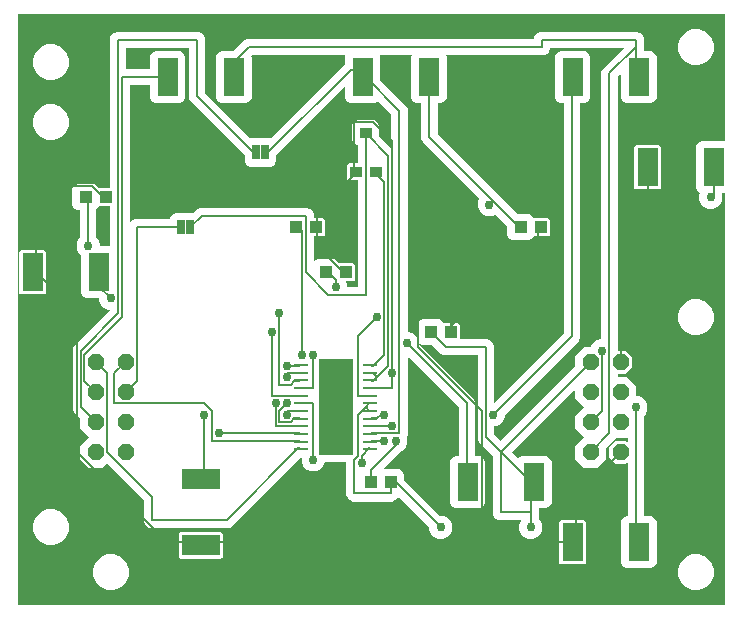
<source format=gtl>
G04 EAGLE Gerber RS-274X export*
G75*
%MOMM*%
%FSLAX34Y34*%
%LPD*%
%INTop Copper*%
%IPPOS*%
%AMOC8*
5,1,8,0,0,1.08239X$1,22.5*%
G01*
%ADD10R,1.100000X1.000000*%
%ADD11R,1.200000X0.270000*%
%ADD12R,3.000000X8.100000*%
%ADD13R,0.635000X1.270000*%
%ADD14P,1.539592X8X292.500000*%
%ADD15R,1.800000X3.200000*%
%ADD16R,3.200000X1.800000*%
%ADD17R,1.000000X0.900000*%
%ADD18R,1.100000X0.900000*%
%ADD19C,0.152400*%
%ADD20C,0.756400*%

G36*
X723142Y213361D02*
X723142Y213361D01*
X723142Y213362D01*
X723142Y562102D01*
X723139Y562106D01*
X723138Y562106D01*
X720660Y562106D01*
X720656Y562103D01*
X720656Y562102D01*
X720656Y561779D01*
X720657Y561778D01*
X720656Y561778D01*
X721076Y560764D01*
X721076Y556836D01*
X719572Y553206D01*
X716794Y550428D01*
X713164Y548924D01*
X709236Y548924D01*
X705606Y550428D01*
X702828Y553206D01*
X701324Y556836D01*
X701324Y560764D01*
X702129Y562706D01*
X702127Y562711D01*
X702126Y562711D01*
X702126Y562712D01*
X701348Y563034D01*
X699634Y564748D01*
X698706Y566988D01*
X698706Y601412D01*
X699634Y603652D01*
X701348Y605366D01*
X703588Y606294D01*
X723138Y606294D01*
X723142Y606297D01*
X723142Y606298D01*
X723142Y713638D01*
X723139Y713642D01*
X723138Y713642D01*
X124462Y713642D01*
X124458Y713639D01*
X124458Y713638D01*
X124458Y213362D01*
X124461Y213358D01*
X124462Y213358D01*
X723138Y213358D01*
X723142Y213361D01*
G37*
%LPC*%
G36*
X640088Y244606D02*
X640088Y244606D01*
X637848Y245534D01*
X636134Y247248D01*
X635206Y249488D01*
X635206Y283912D01*
X636134Y286152D01*
X637848Y287866D01*
X640088Y288794D01*
X640840Y288794D01*
X640844Y288797D01*
X640844Y288798D01*
X640844Y335087D01*
X640843Y335088D01*
X640843Y335090D01*
X640842Y335090D01*
X640841Y335091D01*
X640839Y335090D01*
X640837Y335090D01*
X638997Y333250D01*
X635006Y333250D01*
X635006Y342898D01*
X635004Y342900D01*
X635006Y342902D01*
X635006Y352550D01*
X638997Y352550D01*
X640837Y350710D01*
X640838Y350710D01*
X640839Y350709D01*
X640841Y350710D01*
X640843Y350709D01*
X640843Y350711D01*
X640844Y350713D01*
X640844Y355458D01*
X640843Y355459D01*
X640843Y355461D01*
X640842Y355461D01*
X640841Y355462D01*
X640840Y355462D01*
X640839Y355461D01*
X640837Y355461D01*
X640470Y355094D01*
X631374Y355094D01*
X631371Y355092D01*
X631370Y355092D01*
X631287Y354892D01*
X629358Y352962D01*
X622807Y346412D01*
X622807Y346410D01*
X622806Y346409D01*
X622806Y337430D01*
X615070Y329694D01*
X604130Y329694D01*
X596394Y337430D01*
X596394Y348370D01*
X603621Y355597D01*
X603622Y355603D01*
X603621Y355603D01*
X596394Y362830D01*
X596394Y373770D01*
X603621Y380997D01*
X603622Y381003D01*
X603621Y381003D01*
X596394Y388230D01*
X596394Y396188D01*
X596393Y396190D01*
X596393Y396191D01*
X596392Y396191D01*
X596391Y396193D01*
X596389Y396191D01*
X596387Y396191D01*
X543099Y342903D01*
X543098Y342897D01*
X543099Y342897D01*
X548136Y337860D01*
X548141Y337859D01*
X548141Y337860D01*
X548142Y337860D01*
X548948Y338666D01*
X551188Y339594D01*
X571612Y339594D01*
X573852Y338666D01*
X575566Y336952D01*
X576494Y334712D01*
X576494Y300288D01*
X575566Y298048D01*
X573852Y296334D01*
X571612Y295406D01*
X565660Y295406D01*
X565656Y295403D01*
X565656Y295402D01*
X565656Y286512D01*
X565657Y286511D01*
X565657Y286509D01*
X567172Y284994D01*
X568676Y281364D01*
X568676Y277436D01*
X567172Y273806D01*
X564394Y271028D01*
X560764Y269524D01*
X556836Y269524D01*
X553206Y271028D01*
X550428Y273806D01*
X548924Y277436D01*
X548924Y281364D01*
X550428Y284994D01*
X550671Y285237D01*
X550671Y285238D01*
X550672Y285239D01*
X550671Y285241D01*
X550671Y285243D01*
X550669Y285243D01*
X550668Y285244D01*
X532036Y285244D01*
X529517Y286288D01*
X527588Y288217D01*
X526544Y290736D01*
X526544Y340058D01*
X526543Y340060D01*
X526543Y340061D01*
X514888Y351717D01*
X513844Y354236D01*
X513844Y424940D01*
X513841Y424944D01*
X513840Y424944D01*
X485436Y424944D01*
X482917Y425988D01*
X475499Y433405D01*
X475497Y433405D01*
X475496Y433406D01*
X467388Y433406D01*
X465148Y434334D01*
X463908Y435574D01*
X463907Y435574D01*
X463906Y435575D01*
X463904Y435574D01*
X463902Y435574D01*
X463902Y435572D01*
X463901Y435571D01*
X463901Y434797D01*
X463902Y434795D01*
X463902Y434794D01*
X510637Y388058D01*
X511681Y385539D01*
X511681Y339598D01*
X511684Y339594D01*
X511685Y339594D01*
X515612Y339594D01*
X517852Y338666D01*
X519566Y336952D01*
X520494Y334712D01*
X520494Y300288D01*
X519566Y298048D01*
X517852Y296334D01*
X515612Y295406D01*
X495188Y295406D01*
X492948Y296334D01*
X491234Y298048D01*
X490306Y300288D01*
X490306Y334712D01*
X491234Y336952D01*
X492948Y338666D01*
X495188Y339594D01*
X497965Y339594D01*
X497969Y339597D01*
X497969Y339598D01*
X497969Y381333D01*
X497968Y381335D01*
X497968Y381336D01*
X454538Y424766D01*
X454537Y424767D01*
X454536Y424768D01*
X454534Y424767D01*
X454532Y424767D01*
X454532Y424765D01*
X454531Y424763D01*
X454531Y357411D01*
X453828Y355715D01*
X453829Y355713D01*
X453828Y355712D01*
X454376Y354389D01*
X454376Y350461D01*
X452872Y346831D01*
X450094Y344053D01*
X448224Y343278D01*
X448224Y343277D01*
X448223Y343277D01*
X433520Y328574D01*
X433520Y328573D01*
X433519Y328572D01*
X433520Y328572D01*
X433519Y328570D01*
X433520Y328570D01*
X433520Y328569D01*
X433522Y328569D01*
X433523Y328568D01*
X433524Y328568D01*
X433525Y328568D01*
X433588Y328594D01*
X447012Y328594D01*
X449252Y327666D01*
X450966Y325952D01*
X451894Y323712D01*
X451894Y319803D01*
X451895Y319802D01*
X451895Y319800D01*
X482419Y289277D01*
X482421Y289277D01*
X482422Y289276D01*
X484564Y289276D01*
X488194Y287772D01*
X490972Y284994D01*
X492476Y281364D01*
X492476Y277436D01*
X490972Y273806D01*
X488194Y271028D01*
X484564Y269524D01*
X480636Y269524D01*
X477006Y271028D01*
X474228Y273806D01*
X472724Y277436D01*
X472724Y279578D01*
X472723Y279580D01*
X472723Y279581D01*
X446732Y305573D01*
X446731Y305573D01*
X446729Y305573D01*
X446726Y305573D01*
X446726Y305572D01*
X446725Y305571D01*
X446112Y304092D01*
X444183Y302163D01*
X441664Y301119D01*
X408211Y301119D01*
X405692Y302163D01*
X403763Y304092D01*
X402719Y306611D01*
X402719Y334402D01*
X402716Y334406D01*
X402715Y334406D01*
X384454Y334406D01*
X384452Y334404D01*
X384450Y334404D01*
X383022Y330956D01*
X380244Y328178D01*
X376614Y326674D01*
X372686Y326674D01*
X369056Y328178D01*
X366278Y330956D01*
X364774Y334586D01*
X364774Y337802D01*
X364771Y337806D01*
X364770Y337806D01*
X363378Y337806D01*
X363377Y337805D01*
X363375Y337805D01*
X307438Y281867D01*
X305508Y279938D01*
X302989Y278894D01*
X236761Y278894D01*
X234242Y279938D01*
X232313Y281867D01*
X231269Y284386D01*
X231269Y301958D01*
X231268Y301960D01*
X231268Y301961D01*
X199756Y333474D01*
X199754Y333474D01*
X199753Y333474D01*
X199750Y333474D01*
X195970Y329694D01*
X185030Y329694D01*
X177294Y337430D01*
X177294Y348370D01*
X184521Y355597D01*
X184522Y355603D01*
X184521Y355603D01*
X177294Y362830D01*
X177294Y371808D01*
X177293Y371810D01*
X177293Y371811D01*
X171988Y377117D01*
X170944Y379636D01*
X170944Y429989D01*
X171988Y432508D01*
X173917Y434438D01*
X202671Y463192D01*
X202672Y463193D01*
X202673Y463194D01*
X202672Y463196D01*
X202672Y463198D01*
X202670Y463198D01*
X202668Y463199D01*
X201236Y463199D01*
X197606Y464703D01*
X194828Y467481D01*
X193324Y471111D01*
X193324Y473202D01*
X193321Y473206D01*
X193320Y473206D01*
X182888Y473206D01*
X180648Y474134D01*
X178934Y475848D01*
X178006Y478088D01*
X178006Y509701D01*
X178005Y509702D01*
X178005Y509704D01*
X175778Y511931D01*
X174274Y515561D01*
X174274Y519489D01*
X175778Y523119D01*
X177293Y524634D01*
X177293Y524636D01*
X177294Y524637D01*
X177294Y547702D01*
X177291Y547706D01*
X177290Y547706D01*
X175288Y547706D01*
X173048Y548634D01*
X171334Y550348D01*
X170406Y552588D01*
X170406Y565012D01*
X171334Y567252D01*
X173048Y568966D01*
X175288Y569894D01*
X188712Y569894D01*
X190952Y568966D01*
X192666Y567252D01*
X193044Y566340D01*
X193046Y566339D01*
X193047Y566338D01*
X198994Y566338D01*
X198994Y558806D01*
X193598Y558806D01*
X193594Y558802D01*
X193594Y558798D01*
X193597Y558794D01*
X193598Y558794D01*
X198994Y558794D01*
X198994Y551262D01*
X193047Y551262D01*
X193045Y551260D01*
X193044Y551260D01*
X192666Y550348D01*
X191007Y548689D01*
X191007Y548687D01*
X191006Y548686D01*
X191006Y524637D01*
X191007Y524636D01*
X191007Y524634D01*
X192522Y523119D01*
X194026Y519489D01*
X194026Y517398D01*
X194029Y517394D01*
X194030Y517394D01*
X202690Y517394D01*
X202694Y517397D01*
X202694Y517398D01*
X202694Y551258D01*
X202691Y551262D01*
X202690Y551262D01*
X199006Y551262D01*
X199006Y558798D01*
X199004Y558800D01*
X199006Y558802D01*
X199006Y566338D01*
X202690Y566338D01*
X202694Y566341D01*
X202694Y566342D01*
X202694Y693514D01*
X203738Y696033D01*
X205667Y697962D01*
X208186Y699006D01*
X277589Y699006D01*
X280108Y697962D01*
X282037Y696033D01*
X283081Y693514D01*
X283081Y647367D01*
X283082Y647365D01*
X283082Y647364D01*
X321289Y609156D01*
X321292Y609156D01*
X321294Y609155D01*
X321749Y609344D01*
X338651Y609344D01*
X339106Y609155D01*
X339109Y609156D01*
X339111Y609156D01*
X401405Y671451D01*
X401405Y671453D01*
X401406Y671454D01*
X401406Y677612D01*
X401956Y678938D01*
X401955Y678939D01*
X401956Y678939D01*
X401955Y678941D01*
X401954Y678944D01*
X401953Y678943D01*
X401952Y678944D01*
X322942Y678944D01*
X322940Y678943D01*
X322939Y678943D01*
X322236Y678241D01*
X322236Y678239D01*
X322236Y678238D01*
X322235Y678236D01*
X322494Y677612D01*
X322494Y643188D01*
X321566Y640948D01*
X319852Y639234D01*
X317612Y638306D01*
X297188Y638306D01*
X294948Y639234D01*
X293234Y640948D01*
X292306Y643188D01*
X292306Y677612D01*
X293234Y679852D01*
X294948Y681566D01*
X297188Y682494D01*
X307097Y682494D01*
X307098Y682495D01*
X307100Y682495D01*
X316217Y691612D01*
X318736Y692656D01*
X561465Y692656D01*
X561469Y692659D01*
X561469Y692660D01*
X561469Y693514D01*
X562513Y696033D01*
X564442Y697962D01*
X566961Y699006D01*
X649064Y699006D01*
X651583Y697962D01*
X653512Y696033D01*
X654556Y693514D01*
X654556Y682498D01*
X654559Y682494D01*
X654560Y682494D01*
X660512Y682494D01*
X662752Y681566D01*
X664466Y679852D01*
X665394Y677612D01*
X665394Y643188D01*
X664466Y640948D01*
X662752Y639234D01*
X660512Y638306D01*
X640088Y638306D01*
X637848Y639234D01*
X636134Y640948D01*
X635206Y643188D01*
X635206Y663600D01*
X635205Y663602D01*
X635205Y663603D01*
X635204Y663603D01*
X635203Y663605D01*
X635202Y663604D01*
X635201Y663604D01*
X635201Y663603D01*
X635199Y663603D01*
X632332Y660736D01*
X632332Y660734D01*
X632331Y660733D01*
X632331Y428754D01*
X632334Y428750D01*
X632335Y428750D01*
X634994Y428750D01*
X634994Y419102D01*
X634996Y419100D01*
X634994Y419098D01*
X634994Y409450D01*
X632335Y409450D01*
X632331Y409447D01*
X632331Y409446D01*
X632331Y406910D01*
X632334Y406906D01*
X632335Y406906D01*
X640470Y406906D01*
X648206Y399170D01*
X648206Y390880D01*
X648209Y390876D01*
X648210Y390876D01*
X649664Y390876D01*
X653294Y389372D01*
X656072Y386594D01*
X657576Y382964D01*
X657576Y379036D01*
X656072Y375406D01*
X654557Y373891D01*
X654557Y373889D01*
X654556Y373888D01*
X654556Y288798D01*
X654559Y288794D01*
X654560Y288794D01*
X660512Y288794D01*
X662752Y287866D01*
X664466Y286152D01*
X665394Y283912D01*
X665394Y249488D01*
X664466Y247248D01*
X662752Y245534D01*
X660512Y244606D01*
X640088Y244606D01*
G37*
%LPD*%
G36*
X533401Y352598D02*
X533401Y352598D01*
X533403Y352598D01*
X533403Y352599D01*
X596393Y415588D01*
X596393Y415590D01*
X596394Y415591D01*
X596394Y424570D01*
X604130Y432306D01*
X609957Y432306D01*
X609960Y432308D01*
X609961Y432308D01*
X610753Y434219D01*
X613531Y436997D01*
X617161Y438501D01*
X618615Y438501D01*
X618619Y438504D01*
X618619Y438505D01*
X618619Y664939D01*
X619663Y667458D01*
X637491Y685287D01*
X637492Y685288D01*
X637493Y685289D01*
X637492Y685291D01*
X637492Y685293D01*
X637490Y685293D01*
X637488Y685294D01*
X575185Y685294D01*
X575181Y685291D01*
X575181Y685290D01*
X575181Y684436D01*
X574137Y681917D01*
X572208Y679988D01*
X569689Y678944D01*
X487048Y678944D01*
X487047Y678944D01*
X487046Y678943D01*
X487044Y678941D01*
X487045Y678940D01*
X487045Y678939D01*
X487044Y678938D01*
X487594Y677612D01*
X487594Y643188D01*
X486666Y640948D01*
X484952Y639234D01*
X482712Y638306D01*
X479935Y638306D01*
X479931Y638303D01*
X479931Y638302D01*
X479931Y612441D01*
X479932Y612440D01*
X479932Y612438D01*
X530933Y561438D01*
X532863Y559508D01*
X547875Y544495D01*
X547878Y544495D01*
X547878Y544494D01*
X557012Y544494D01*
X559252Y543566D01*
X560966Y541852D01*
X561344Y540940D01*
X561346Y540939D01*
X561347Y540938D01*
X567294Y540938D01*
X567294Y533406D01*
X561898Y533406D01*
X561894Y533402D01*
X561894Y533398D01*
X561897Y533394D01*
X561898Y533394D01*
X567294Y533394D01*
X567294Y525862D01*
X561347Y525862D01*
X561345Y525860D01*
X561344Y525860D01*
X560966Y524948D01*
X559252Y523234D01*
X557012Y522306D01*
X543588Y522306D01*
X541348Y523234D01*
X539634Y524948D01*
X538706Y527188D01*
X538706Y534272D01*
X538705Y534273D01*
X538705Y534275D01*
X529070Y543910D01*
X529067Y543910D01*
X529065Y543910D01*
X525839Y542574D01*
X521911Y542574D01*
X518281Y544078D01*
X515503Y546856D01*
X513999Y550486D01*
X513999Y554414D01*
X515335Y557640D01*
X515335Y557641D01*
X515336Y557641D01*
X515335Y557642D01*
X515334Y557643D01*
X515335Y557645D01*
X469192Y603787D01*
X467263Y605717D01*
X466219Y608236D01*
X466219Y638302D01*
X466216Y638306D01*
X466215Y638306D01*
X462288Y638306D01*
X460048Y639234D01*
X458334Y640948D01*
X457406Y643188D01*
X457406Y677612D01*
X457956Y678938D01*
X457955Y678939D01*
X457956Y678939D01*
X457955Y678941D01*
X457954Y678944D01*
X457953Y678943D01*
X457952Y678944D01*
X431048Y678944D01*
X431047Y678944D01*
X431046Y678943D01*
X431044Y678941D01*
X431045Y678940D01*
X431045Y678939D01*
X431044Y678938D01*
X431594Y677612D01*
X431594Y657604D01*
X431595Y657602D01*
X431595Y657601D01*
X453487Y635708D01*
X454531Y633189D01*
X454531Y444855D01*
X454534Y444851D01*
X454535Y444851D01*
X455989Y444851D01*
X459619Y443347D01*
X462397Y440569D01*
X462498Y440326D01*
X462500Y440325D01*
X462501Y440323D01*
X462502Y440324D01*
X462503Y440323D01*
X462504Y440326D01*
X462506Y440327D01*
X462506Y450712D01*
X463434Y452952D01*
X465148Y454666D01*
X467388Y455594D01*
X480812Y455594D01*
X483052Y454666D01*
X484766Y452952D01*
X485144Y452040D01*
X485146Y452039D01*
X485147Y452038D01*
X491094Y452038D01*
X491094Y444502D01*
X491097Y444498D01*
X491098Y444498D01*
X491102Y444494D01*
X499138Y444494D01*
X499138Y438995D01*
X499000Y438662D01*
X499000Y438661D01*
X498999Y438661D01*
X499000Y438659D01*
X499001Y438656D01*
X499003Y438657D01*
X499004Y438656D01*
X522064Y438656D01*
X524583Y437612D01*
X526512Y435683D01*
X527556Y433164D01*
X527556Y384862D01*
X527557Y384860D01*
X527557Y384859D01*
X527558Y384859D01*
X527559Y384857D01*
X527561Y384858D01*
X527561Y384859D01*
X527563Y384859D01*
X586868Y444164D01*
X586868Y444165D01*
X586868Y444166D01*
X586869Y444167D01*
X586869Y638302D01*
X586866Y638306D01*
X586865Y638306D01*
X584088Y638306D01*
X581848Y639234D01*
X580134Y640948D01*
X579206Y643188D01*
X579206Y677612D01*
X580134Y679852D01*
X581848Y681566D01*
X584088Y682494D01*
X604512Y682494D01*
X606752Y681566D01*
X608466Y679852D01*
X609394Y677612D01*
X609394Y643188D01*
X608466Y640948D01*
X606752Y639234D01*
X604512Y638306D01*
X600585Y638306D01*
X600581Y638303D01*
X600581Y638302D01*
X600581Y439961D01*
X599537Y437442D01*
X597608Y435512D01*
X536927Y374832D01*
X536927Y374829D01*
X536926Y374829D01*
X536926Y372686D01*
X535422Y369056D01*
X532644Y366278D01*
X529014Y364774D01*
X527560Y364774D01*
X527556Y364771D01*
X527556Y364770D01*
X527556Y358442D01*
X527557Y358440D01*
X527557Y358439D01*
X533397Y352599D01*
X533399Y352598D01*
X533400Y352598D01*
X533401Y352598D01*
G37*
G36*
X412244Y483109D02*
X412244Y483109D01*
X412244Y483110D01*
X412244Y573358D01*
X412241Y573362D01*
X412240Y573362D01*
X410606Y573362D01*
X410606Y580398D01*
X410604Y580400D01*
X410606Y580402D01*
X410606Y587438D01*
X412240Y587438D01*
X412244Y587441D01*
X412244Y587442D01*
X412244Y602863D01*
X412242Y602865D01*
X412242Y602867D01*
X410148Y603734D01*
X408434Y605448D01*
X407506Y607688D01*
X407506Y619112D01*
X408434Y621352D01*
X410148Y623066D01*
X412388Y623994D01*
X425812Y623994D01*
X428052Y623066D01*
X429766Y621352D01*
X430694Y619112D01*
X430694Y610879D01*
X430695Y610877D01*
X430695Y610876D01*
X440812Y600759D01*
X440813Y600758D01*
X440814Y600757D01*
X440816Y600758D01*
X440818Y600758D01*
X440818Y600760D01*
X440819Y600762D01*
X440819Y628983D01*
X440818Y628985D01*
X440818Y628986D01*
X429764Y640040D01*
X429759Y640041D01*
X429759Y640040D01*
X429758Y640040D01*
X428952Y639234D01*
X426712Y638306D01*
X406288Y638306D01*
X404048Y639234D01*
X402334Y640948D01*
X401406Y643188D01*
X401406Y652050D01*
X401405Y652052D01*
X401405Y652053D01*
X401404Y652053D01*
X401403Y652055D01*
X401401Y652053D01*
X401399Y652053D01*
X343534Y594188D01*
X343534Y594186D01*
X343533Y594185D01*
X343533Y589338D01*
X342605Y587098D01*
X340891Y585384D01*
X338651Y584456D01*
X321749Y584456D01*
X319509Y585384D01*
X317795Y587098D01*
X316867Y589338D01*
X316867Y594185D01*
X316866Y594187D01*
X316866Y594188D01*
X270413Y640642D01*
X269369Y643161D01*
X269369Y685290D01*
X269366Y685294D01*
X269365Y685294D01*
X216410Y685294D01*
X216406Y685291D01*
X216406Y685290D01*
X216406Y667260D01*
X216409Y667256D01*
X216410Y667256D01*
X236302Y667256D01*
X236306Y667259D01*
X236306Y667260D01*
X236306Y677612D01*
X237234Y679852D01*
X238948Y681566D01*
X241188Y682494D01*
X261612Y682494D01*
X263852Y681566D01*
X265566Y679852D01*
X266494Y677612D01*
X266494Y643188D01*
X265566Y640948D01*
X263852Y639234D01*
X261612Y638306D01*
X241188Y638306D01*
X238948Y639234D01*
X237234Y640948D01*
X236306Y643188D01*
X236306Y653540D01*
X236303Y653544D01*
X236302Y653544D01*
X219585Y653544D01*
X219581Y653541D01*
X219581Y653540D01*
X219581Y537227D01*
X219582Y537225D01*
X219583Y537223D01*
X219584Y537224D01*
X219584Y537223D01*
X219586Y537225D01*
X219589Y537225D01*
X219613Y537283D01*
X221542Y539212D01*
X224061Y540256D01*
X253363Y540256D01*
X253367Y540259D01*
X253367Y540260D01*
X253367Y540962D01*
X254295Y543202D01*
X256009Y544916D01*
X258249Y545844D01*
X273510Y545844D01*
X273512Y545845D01*
X273513Y545845D01*
X274476Y546808D01*
X276406Y548737D01*
X278925Y549781D01*
X369664Y549781D01*
X372183Y548737D01*
X374112Y546808D01*
X375156Y544289D01*
X375156Y540942D01*
X375159Y540938D01*
X375160Y540938D01*
X376794Y540938D01*
X376794Y533402D01*
X376796Y533400D01*
X376794Y533398D01*
X376794Y525862D01*
X375160Y525862D01*
X375156Y525859D01*
X375156Y525858D01*
X375156Y504384D01*
X375157Y504383D01*
X375157Y504381D01*
X375158Y504381D01*
X375159Y504380D01*
X375160Y504380D01*
X375161Y504381D01*
X375163Y504381D01*
X376248Y505466D01*
X378488Y506394D01*
X391912Y506394D01*
X394152Y505466D01*
X395866Y503752D01*
X396244Y502840D01*
X396246Y502839D01*
X396248Y502838D01*
X402194Y502838D01*
X402194Y495306D01*
X397050Y495306D01*
X397048Y495305D01*
X397047Y495305D01*
X397047Y495304D01*
X397045Y495302D01*
X397047Y495301D01*
X397047Y495299D01*
X397051Y495295D01*
X397053Y495295D01*
X397054Y495294D01*
X402198Y495294D01*
X402200Y495296D01*
X402202Y495294D01*
X410238Y495294D01*
X410238Y489795D01*
X409851Y488862D01*
X409138Y488149D01*
X408205Y487762D01*
X402258Y487762D01*
X402257Y487762D01*
X402256Y487762D01*
X402256Y487761D01*
X402253Y487759D01*
X402253Y487758D01*
X402254Y487758D01*
X402254Y487756D01*
X403576Y484564D01*
X403576Y483110D01*
X403579Y483106D01*
X403580Y483106D01*
X412240Y483106D01*
X412244Y483109D01*
G37*
%LPC*%
G36*
X149385Y657942D02*
X149385Y657942D01*
X143814Y660250D01*
X139550Y664514D01*
X137242Y670085D01*
X137242Y676115D01*
X139550Y681686D01*
X143814Y685950D01*
X149385Y688258D01*
X155415Y688258D01*
X160986Y685950D01*
X165250Y681686D01*
X167558Y676115D01*
X167558Y670085D01*
X165250Y664514D01*
X160986Y660250D01*
X155415Y657942D01*
X149385Y657942D01*
G37*
%LPD*%
%LPC*%
G36*
X695485Y442042D02*
X695485Y442042D01*
X689914Y444350D01*
X685650Y448614D01*
X683342Y454185D01*
X683342Y460215D01*
X685650Y465786D01*
X689914Y470050D01*
X695485Y472358D01*
X701515Y472358D01*
X707086Y470050D01*
X711350Y465786D01*
X713658Y460215D01*
X713658Y454185D01*
X711350Y448614D01*
X707086Y444350D01*
X701515Y442042D01*
X695485Y442042D01*
G37*
%LPD*%
%LPC*%
G36*
X695485Y226142D02*
X695485Y226142D01*
X689914Y228450D01*
X685650Y232714D01*
X683342Y238285D01*
X683342Y244315D01*
X685650Y249886D01*
X689914Y254150D01*
X695485Y256458D01*
X701515Y256458D01*
X707086Y254150D01*
X711350Y249886D01*
X713658Y244315D01*
X713658Y238285D01*
X711350Y232714D01*
X707086Y228450D01*
X701515Y226142D01*
X695485Y226142D01*
G37*
%LPD*%
%LPC*%
G36*
X200185Y226142D02*
X200185Y226142D01*
X194614Y228450D01*
X190350Y232714D01*
X188042Y238285D01*
X188042Y244315D01*
X190350Y249886D01*
X194614Y254150D01*
X200185Y256458D01*
X206215Y256458D01*
X211786Y254150D01*
X216050Y249886D01*
X218358Y244315D01*
X218358Y238285D01*
X216050Y232714D01*
X211786Y228450D01*
X206215Y226142D01*
X200185Y226142D01*
G37*
%LPD*%
%LPC*%
G36*
X695485Y670642D02*
X695485Y670642D01*
X689914Y672950D01*
X685650Y677214D01*
X683342Y682785D01*
X683342Y688815D01*
X685650Y694386D01*
X689914Y698650D01*
X695485Y700958D01*
X701515Y700958D01*
X707086Y698650D01*
X711350Y694386D01*
X713658Y688815D01*
X713658Y682785D01*
X711350Y677214D01*
X707086Y672950D01*
X701515Y670642D01*
X695485Y670642D01*
G37*
%LPD*%
%LPC*%
G36*
X149385Y264242D02*
X149385Y264242D01*
X143814Y266550D01*
X139550Y270814D01*
X137242Y276385D01*
X137242Y282415D01*
X139550Y287986D01*
X143814Y292250D01*
X149385Y294558D01*
X155415Y294558D01*
X160986Y292250D01*
X165250Y287986D01*
X167558Y282415D01*
X167558Y276385D01*
X165250Y270814D01*
X160986Y266550D01*
X155415Y264242D01*
X149385Y264242D01*
G37*
%LPD*%
%LPC*%
G36*
X149385Y607142D02*
X149385Y607142D01*
X143814Y609450D01*
X139550Y613714D01*
X137242Y619285D01*
X137242Y625315D01*
X139550Y630886D01*
X143814Y635150D01*
X149385Y637458D01*
X155415Y637458D01*
X160986Y635150D01*
X165250Y630886D01*
X167558Y625315D01*
X167558Y619285D01*
X165250Y613714D01*
X160986Y609450D01*
X155415Y607142D01*
X149385Y607142D01*
G37*
%LPD*%
%LPC*%
G36*
X125562Y495306D02*
X125562Y495306D01*
X125562Y511805D01*
X125949Y512738D01*
X126662Y513451D01*
X127595Y513838D01*
X137094Y513838D01*
X137094Y495306D01*
X125562Y495306D01*
G37*
%LPD*%
%LPC*%
G36*
X279406Y264106D02*
X279406Y264106D01*
X279406Y275638D01*
X295905Y275638D01*
X296838Y275251D01*
X297551Y274538D01*
X297938Y273605D01*
X297938Y264106D01*
X279406Y264106D01*
G37*
%LPD*%
%LPC*%
G36*
X657806Y584206D02*
X657806Y584206D01*
X657806Y602738D01*
X667305Y602738D01*
X668238Y602351D01*
X668951Y601638D01*
X669338Y600705D01*
X669338Y584206D01*
X657806Y584206D01*
G37*
%LPD*%
%LPC*%
G36*
X137106Y495306D02*
X137106Y495306D01*
X137106Y513838D01*
X146605Y513838D01*
X147538Y513451D01*
X148251Y512738D01*
X148638Y511805D01*
X148638Y495306D01*
X137106Y495306D01*
G37*
%LPD*%
%LPC*%
G36*
X594306Y266706D02*
X594306Y266706D01*
X594306Y285238D01*
X603805Y285238D01*
X604738Y284851D01*
X605451Y284138D01*
X605838Y283205D01*
X605838Y266706D01*
X594306Y266706D01*
G37*
%LPD*%
%LPC*%
G36*
X582762Y266706D02*
X582762Y266706D01*
X582762Y283205D01*
X583149Y284138D01*
X583862Y284851D01*
X584795Y285238D01*
X594294Y285238D01*
X594294Y266706D01*
X582762Y266706D01*
G37*
%LPD*%
%LPC*%
G36*
X646262Y584206D02*
X646262Y584206D01*
X646262Y600705D01*
X646649Y601638D01*
X647362Y602351D01*
X648295Y602738D01*
X657794Y602738D01*
X657794Y584206D01*
X646262Y584206D01*
G37*
%LPD*%
%LPC*%
G36*
X594306Y248162D02*
X594306Y248162D01*
X594306Y266694D01*
X605838Y266694D01*
X605838Y250195D01*
X605451Y249262D01*
X604738Y248549D01*
X603805Y248162D01*
X594306Y248162D01*
G37*
%LPD*%
%LPC*%
G36*
X137106Y476762D02*
X137106Y476762D01*
X137106Y495294D01*
X148638Y495294D01*
X148638Y478795D01*
X148251Y477862D01*
X147538Y477149D01*
X146605Y476762D01*
X137106Y476762D01*
G37*
%LPD*%
%LPC*%
G36*
X260862Y264106D02*
X260862Y264106D01*
X260862Y273605D01*
X261249Y274538D01*
X261962Y275251D01*
X262895Y275638D01*
X279394Y275638D01*
X279394Y264106D01*
X260862Y264106D01*
G37*
%LPD*%
%LPC*%
G36*
X657806Y565662D02*
X657806Y565662D01*
X657806Y584194D01*
X669338Y584194D01*
X669338Y567695D01*
X668951Y566762D01*
X668238Y566049D01*
X667305Y565662D01*
X657806Y565662D01*
G37*
%LPD*%
%LPC*%
G36*
X262895Y252562D02*
X262895Y252562D01*
X261962Y252949D01*
X261249Y253662D01*
X260862Y254595D01*
X260862Y264094D01*
X279394Y264094D01*
X279394Y252562D01*
X262895Y252562D01*
G37*
%LPD*%
%LPC*%
G36*
X279406Y252562D02*
X279406Y252562D01*
X279406Y264094D01*
X297938Y264094D01*
X297938Y254595D01*
X297551Y253662D01*
X296838Y252949D01*
X295905Y252562D01*
X279406Y252562D01*
G37*
%LPD*%
%LPC*%
G36*
X127595Y476762D02*
X127595Y476762D01*
X126662Y477149D01*
X125949Y477862D01*
X125562Y478795D01*
X125562Y495294D01*
X137094Y495294D01*
X137094Y476762D01*
X127595Y476762D01*
G37*
%LPD*%
%LPC*%
G36*
X584795Y248162D02*
X584795Y248162D01*
X583862Y248549D01*
X583149Y249262D01*
X582762Y250195D01*
X582762Y266694D01*
X594294Y266694D01*
X594294Y248162D01*
X584795Y248162D01*
G37*
%LPD*%
%LPC*%
G36*
X648295Y565662D02*
X648295Y565662D01*
X647362Y566049D01*
X646649Y566762D01*
X646262Y567695D01*
X646262Y584194D01*
X657794Y584194D01*
X657794Y565662D01*
X648295Y565662D01*
G37*
%LPD*%
%LPC*%
G36*
X635006Y419106D02*
X635006Y419106D01*
X635006Y428750D01*
X638997Y428750D01*
X644650Y423097D01*
X644650Y419106D01*
X635006Y419106D01*
G37*
%LPD*%
%LPC*%
G36*
X635006Y409450D02*
X635006Y409450D01*
X635006Y419094D01*
X644650Y419094D01*
X644650Y415103D01*
X638997Y409450D01*
X635006Y409450D01*
G37*
%LPD*%
%LPC*%
G36*
X625350Y342906D02*
X625350Y342906D01*
X625350Y346897D01*
X631003Y352550D01*
X634994Y352550D01*
X634994Y342906D01*
X625350Y342906D01*
G37*
%LPD*%
%LPC*%
G36*
X631003Y333250D02*
X631003Y333250D01*
X625350Y338903D01*
X625350Y342894D01*
X634994Y342894D01*
X634994Y333250D01*
X631003Y333250D01*
G37*
%LPD*%
%LPC*%
G36*
X402206Y495306D02*
X402206Y495306D01*
X402206Y502838D01*
X408205Y502838D01*
X409138Y502451D01*
X409851Y501738D01*
X410238Y500805D01*
X410238Y495306D01*
X402206Y495306D01*
G37*
%LPD*%
%LPC*%
G36*
X491106Y444506D02*
X491106Y444506D01*
X491106Y452038D01*
X497105Y452038D01*
X498038Y451651D01*
X498751Y450938D01*
X499138Y450005D01*
X499138Y444506D01*
X491106Y444506D01*
G37*
%LPD*%
%LPC*%
G36*
X376806Y533406D02*
X376806Y533406D01*
X376806Y540938D01*
X382805Y540938D01*
X383738Y540551D01*
X384451Y539838D01*
X384838Y538905D01*
X384838Y533406D01*
X376806Y533406D01*
G37*
%LPD*%
%LPC*%
G36*
X567306Y533406D02*
X567306Y533406D01*
X567306Y540938D01*
X573305Y540938D01*
X574238Y540551D01*
X574951Y539838D01*
X575338Y538905D01*
X575338Y533406D01*
X567306Y533406D01*
G37*
%LPD*%
%LPC*%
G36*
X567306Y525862D02*
X567306Y525862D01*
X567306Y533394D01*
X575338Y533394D01*
X575338Y527895D01*
X574951Y526962D01*
X574238Y526249D01*
X573305Y525862D01*
X567306Y525862D01*
G37*
%LPD*%
%LPC*%
G36*
X376806Y525862D02*
X376806Y525862D01*
X376806Y533394D01*
X384838Y533394D01*
X384838Y527895D01*
X384451Y526962D01*
X383738Y526249D01*
X382805Y525862D01*
X376806Y525862D01*
G37*
%LPD*%
%LPC*%
G36*
X403062Y580406D02*
X403062Y580406D01*
X403062Y585405D01*
X403449Y586338D01*
X404162Y587051D01*
X405095Y587438D01*
X410594Y587438D01*
X410594Y580406D01*
X403062Y580406D01*
G37*
%LPD*%
%LPC*%
G36*
X405095Y573362D02*
X405095Y573362D01*
X404162Y573749D01*
X403449Y574462D01*
X403062Y575395D01*
X403062Y580394D01*
X410594Y580394D01*
X410594Y573362D01*
X405095Y573362D01*
G37*
%LPD*%
D10*
X423300Y317500D03*
X440300Y317500D03*
X182000Y558800D03*
X199000Y558800D03*
X550300Y533400D03*
X567300Y533400D03*
X474100Y444500D03*
X491100Y444500D03*
X385200Y495300D03*
X402200Y495300D03*
X359800Y533400D03*
X376800Y533400D03*
D11*
X364700Y410250D03*
X364700Y403750D03*
X364700Y397250D03*
X364700Y390750D03*
X364700Y384250D03*
X364700Y377750D03*
X364700Y371250D03*
X364700Y364750D03*
X364700Y358250D03*
X364700Y351750D03*
X422700Y351750D03*
X422700Y358250D03*
X422700Y364750D03*
X422700Y371250D03*
X422700Y377750D03*
X422700Y384250D03*
X422700Y390750D03*
X422700Y397250D03*
X422700Y403750D03*
X422700Y410250D03*
D12*
X393700Y381000D03*
D11*
X422700Y345250D03*
X422700Y416750D03*
X364700Y345250D03*
X364700Y416750D03*
D13*
X262636Y533400D03*
X270764Y533400D03*
D14*
X190500Y419100D03*
X215900Y419100D03*
X190500Y393700D03*
X215900Y393700D03*
X190500Y368300D03*
X215900Y368300D03*
X215900Y342900D03*
X190500Y342900D03*
D13*
X326136Y596900D03*
X334264Y596900D03*
D14*
X609600Y419100D03*
X635000Y419100D03*
X609600Y393700D03*
X635000Y393700D03*
X609600Y368300D03*
X635000Y368300D03*
X635000Y342900D03*
X609600Y342900D03*
D15*
X594300Y266700D03*
X650300Y266700D03*
X594300Y660400D03*
X650300Y660400D03*
X307400Y660400D03*
X251400Y660400D03*
X561400Y317500D03*
X505400Y317500D03*
D16*
X279400Y264100D03*
X279400Y320100D03*
D15*
X657800Y584200D03*
X713800Y584200D03*
X472500Y660400D03*
X416500Y660400D03*
X137100Y495300D03*
X193100Y495300D03*
D17*
X410600Y580400D03*
D18*
X419100Y613400D03*
D17*
X427600Y580400D03*
D19*
X361950Y415925D02*
X352425Y415925D01*
X361950Y415925D02*
X364700Y416750D01*
X212725Y457200D02*
X212725Y660400D01*
X212725Y457200D02*
X180975Y425450D01*
X180975Y403225D01*
X190500Y393700D01*
X212725Y660400D02*
X251400Y660400D01*
D20*
X352425Y415925D03*
D19*
X352425Y409575D02*
X361950Y409575D01*
X352425Y409575D02*
X352425Y406400D01*
X282575Y374650D02*
X282575Y320675D01*
X361950Y409575D02*
X364700Y410250D01*
X282575Y320675D02*
X279400Y320100D01*
D20*
X352425Y406400D03*
X282575Y374650D03*
D19*
X358775Y403225D02*
X361950Y403225D01*
X358775Y403225D02*
X355600Y400050D01*
X346075Y400050D01*
X346075Y460375D01*
X203200Y473075D02*
X193675Y482600D01*
X193675Y495300D01*
X361950Y403225D02*
X364700Y403750D01*
X193675Y495300D02*
X193100Y495300D01*
D20*
X346075Y460375D03*
X203200Y473075D03*
D19*
X365125Y396875D02*
X374650Y396875D01*
X374650Y425450D01*
X619125Y428625D02*
X619125Y377825D01*
X609600Y368300D01*
X365125Y396875D02*
X364700Y397250D01*
D20*
X374650Y425450D03*
X619125Y428625D03*
D19*
X374650Y384175D02*
X365125Y384175D01*
X374650Y384175D02*
X374650Y336550D01*
X365125Y384175D02*
X364700Y384250D01*
D20*
X374650Y336550D03*
D19*
X361950Y377825D02*
X352425Y377825D01*
X352425Y374650D01*
X361950Y377825D02*
X364700Y377750D01*
D20*
X352425Y374650D03*
D19*
X342900Y365125D02*
X361950Y365125D01*
X342900Y365125D02*
X342900Y384175D01*
X361950Y365125D02*
X364700Y364750D01*
D20*
X342900Y384175D03*
D19*
X361950Y352425D02*
X288925Y352425D01*
X288925Y377825D01*
X282575Y384175D01*
X206375Y384175D01*
X206375Y409575D01*
X215900Y419100D01*
X361950Y352425D02*
X364700Y351750D01*
X361950Y346075D02*
X301625Y285750D01*
X238125Y285750D01*
X238125Y304800D01*
X200025Y342900D01*
X200025Y409575D01*
X190500Y419100D01*
X361950Y346075D02*
X364700Y345250D01*
X361950Y358775D02*
X295275Y358775D01*
X361950Y358775D02*
X364700Y358250D01*
D20*
X295275Y358775D03*
D19*
X434975Y571500D02*
X428625Y577850D01*
X434975Y571500D02*
X434975Y425450D01*
X425450Y415925D01*
X428625Y577850D02*
X427600Y580400D01*
X422700Y416750D02*
X425450Y415925D01*
X438150Y593725D02*
X419100Y612775D01*
X438150Y593725D02*
X438150Y415925D01*
X428625Y406400D02*
X425450Y403225D01*
X428625Y406400D02*
X438150Y415925D01*
X425450Y403225D02*
X422700Y403750D01*
X425450Y409575D02*
X428625Y406400D01*
X425450Y409575D02*
X422700Y410250D01*
X368300Y495300D02*
X368300Y542925D01*
X368300Y495300D02*
X387350Y476250D01*
X419100Y476250D01*
X419100Y612775D01*
X368300Y542925D02*
X280289Y542925D01*
X270764Y533400D01*
X419100Y612775D02*
X419100Y613400D01*
X409575Y577850D02*
X377825Y546100D01*
X377825Y533400D01*
X409575Y577850D02*
X410600Y580400D01*
X377825Y517525D02*
X400050Y495300D01*
X377825Y517525D02*
X377825Y533400D01*
X400050Y495300D02*
X402200Y495300D01*
X377825Y533400D02*
X376800Y533400D01*
X425450Y396875D02*
X441325Y396875D01*
X441325Y409575D02*
X441325Y606425D01*
X441325Y409575D02*
X441325Y396875D01*
X441325Y606425D02*
X425450Y622300D01*
X409575Y622300D01*
X409575Y581025D01*
X422700Y397250D02*
X425450Y396875D01*
X410600Y580400D02*
X409575Y581025D01*
X196850Y558800D02*
X187325Y568325D01*
X139700Y568325D01*
X139700Y495300D01*
X196850Y558800D02*
X199000Y558800D01*
X491100Y449825D02*
X565150Y523875D01*
X491100Y449825D02*
X491100Y444500D01*
X565150Y523875D02*
X565150Y533400D01*
X567300Y533400D01*
X635000Y342900D02*
X596900Y304800D01*
X596900Y266700D01*
X594300Y266700D01*
X517525Y266700D01*
X279400Y266700D01*
X279400Y264100D01*
X635000Y536575D02*
X657800Y559375D01*
X635000Y536575D02*
X635000Y419100D01*
X657800Y559375D02*
X657800Y584200D01*
X491100Y457200D02*
X463550Y457200D01*
X463550Y431800D01*
X517525Y377825D01*
X517525Y266700D01*
X491100Y444500D02*
X491100Y457200D01*
X174625Y460375D02*
X139700Y495300D01*
X174625Y460375D02*
X174625Y342900D01*
X250825Y266700D01*
X276225Y266700D01*
X139700Y495300D02*
X137100Y495300D01*
X276225Y266700D02*
X279400Y264100D01*
D20*
X441325Y409575D03*
X177800Y266700D03*
X254000Y228600D03*
X711200Y279400D03*
X698500Y482600D03*
X190500Y622300D03*
X177800Y660400D03*
X558800Y482600D03*
X546100Y635000D03*
X685800Y635000D03*
X609600Y609600D03*
D19*
X254000Y263525D02*
X250825Y266700D01*
X254000Y263525D02*
X254000Y228600D01*
X250825Y266700D02*
X177800Y266700D01*
X635000Y536575D02*
X688975Y482600D01*
X698500Y482600D01*
X527050Y555625D02*
X473075Y609600D01*
X527050Y555625D02*
X549275Y533400D01*
X473075Y609600D02*
X473075Y660400D01*
X549275Y533400D02*
X550300Y533400D01*
X473075Y660400D02*
X472500Y660400D01*
X422275Y390525D02*
X412750Y390525D01*
X412750Y441325D01*
X428625Y457200D01*
X523875Y552450D02*
X527050Y555625D01*
X422700Y390750D02*
X422275Y390525D01*
D20*
X428625Y457200D03*
X523875Y552450D03*
D19*
X444500Y349250D02*
X423300Y328050D01*
X423300Y317500D01*
X444500Y349250D02*
X444500Y352425D01*
X434975Y374650D02*
X431800Y374650D01*
X428625Y371475D01*
X425450Y371475D01*
X422700Y371250D01*
D20*
X444500Y352425D03*
X434975Y374650D03*
D19*
X425450Y358775D02*
X447675Y358775D01*
X447675Y631825D01*
X419100Y660400D01*
X425450Y358775D02*
X422700Y358250D01*
X419100Y660400D02*
X416500Y660400D01*
X406400Y666750D02*
X336550Y596900D01*
X406400Y666750D02*
X415925Y666750D01*
X415925Y660400D01*
X336550Y596900D02*
X334264Y596900D01*
X415925Y660400D02*
X416500Y660400D01*
X425450Y352425D02*
X434975Y352425D01*
X425450Y352425D02*
X422700Y351750D01*
D20*
X434975Y352425D03*
D19*
X422275Y346075D02*
X415925Y339725D01*
X415925Y333375D01*
X422700Y345250D02*
X422275Y346075D01*
D20*
X415925Y333375D03*
D19*
X225425Y403225D02*
X225425Y533400D01*
X225425Y403225D02*
X215900Y393700D01*
X225425Y533400D02*
X262636Y533400D01*
X323850Y596900D02*
X276225Y644525D01*
X276225Y692150D01*
X209550Y692150D01*
X209550Y685800D02*
X209550Y460375D01*
X209550Y685800D02*
X209550Y692150D01*
X209550Y460375D02*
X177800Y428625D01*
X177800Y381000D01*
X190500Y368300D01*
X323850Y596900D02*
X326136Y596900D01*
X520700Y431800D02*
X520700Y355600D01*
X533400Y342900D02*
X558800Y317500D01*
X533400Y342900D02*
X520700Y355600D01*
X520700Y431800D02*
X486800Y431800D01*
X474100Y444500D01*
X558800Y317500D02*
X561400Y317500D01*
X365125Y530225D02*
X361950Y533400D01*
X365125Y530225D02*
X365125Y425450D01*
X361950Y533400D02*
X359800Y533400D01*
X184150Y517525D02*
X184150Y558800D01*
X182000Y558800D01*
D20*
X365125Y425450D03*
X184150Y517525D03*
D19*
X409575Y307975D02*
X440300Y307975D01*
X409575Y307975D02*
X409575Y336550D01*
X412750Y339725D01*
X412750Y374650D01*
X419100Y381000D02*
X422275Y384175D01*
X419100Y381000D02*
X412750Y374650D01*
X440300Y317500D02*
X440300Y307975D01*
X422700Y384250D02*
X422275Y384175D01*
X419100Y381000D02*
X422275Y377825D01*
X422700Y377750D01*
X533400Y342900D02*
X609600Y419100D01*
D20*
X482600Y279400D03*
D19*
X444500Y317500D01*
D20*
X558800Y279400D03*
D19*
X558800Y292100D01*
X558800Y304800D01*
X533400Y292100D02*
X533400Y342900D01*
X533400Y292100D02*
X558800Y292100D01*
X609600Y342900D02*
X625475Y358775D01*
X625475Y663575D01*
X647700Y685800D01*
X568325Y685800D02*
X320100Y685800D01*
X307400Y673100D01*
X307400Y660400D01*
X568325Y685800D02*
X568325Y692150D01*
X647700Y692150D01*
X647700Y660400D01*
X650300Y660400D01*
X393700Y488950D02*
X387350Y495300D01*
X393700Y488950D02*
X393700Y482600D01*
X454025Y434975D02*
X504825Y384175D01*
X504825Y317500D01*
X387350Y495300D02*
X385200Y495300D01*
X504825Y317500D02*
X505400Y317500D01*
D20*
X393700Y482600D03*
X454025Y434975D03*
D19*
X361950Y371475D02*
X358775Y371475D01*
X355600Y368300D01*
X346075Y368300D01*
X346075Y377825D01*
X352425Y384175D01*
X647700Y381000D02*
X647700Y266700D01*
X364700Y371250D02*
X361950Y371475D01*
X647700Y266700D02*
X650300Y266700D01*
D20*
X352425Y384175D03*
X647700Y381000D03*
D19*
X361950Y390525D02*
X339725Y390525D01*
X339725Y444500D01*
X361950Y390525D02*
X364700Y390750D01*
X713800Y561400D02*
X713800Y584200D01*
X713800Y561400D02*
X711200Y558800D01*
D20*
X339725Y444500D03*
X711200Y558800D03*
D19*
X441325Y365125D02*
X425450Y365125D01*
X527050Y374650D02*
X593725Y441325D01*
X593725Y660400D01*
X425450Y365125D02*
X422700Y364750D01*
X593725Y660400D02*
X594300Y660400D01*
D20*
X441325Y365125D03*
X527050Y374650D03*
X393700Y406400D03*
M02*

</source>
